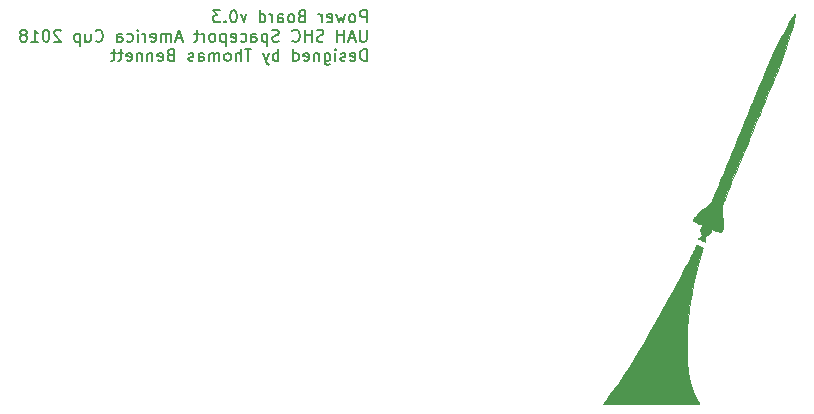
<source format=gbr>
G04 #@! TF.FileFunction,Legend,Bot*
%FSLAX46Y46*%
G04 Gerber Fmt 4.6, Leading zero omitted, Abs format (unit mm)*
G04 Created by KiCad (PCBNEW 4.0.7) date Tuesday, March 06, 2018 'PMt' 03:27:42 PM*
%MOMM*%
%LPD*%
G01*
G04 APERTURE LIST*
%ADD10C,0.100000*%
%ADD11C,0.140000*%
%ADD12C,0.010000*%
%ADD13R,1.955800X7.670800*%
%ADD14R,1.650800X1.650800*%
%ADD15C,1.650800*%
G04 APERTURE END LIST*
D10*
D11*
X95011905Y-95967381D02*
X95011905Y-94967381D01*
X94630952Y-94967381D01*
X94535714Y-95015000D01*
X94488095Y-95062619D01*
X94440476Y-95157857D01*
X94440476Y-95300714D01*
X94488095Y-95395952D01*
X94535714Y-95443571D01*
X94630952Y-95491190D01*
X95011905Y-95491190D01*
X93869048Y-95967381D02*
X93964286Y-95919762D01*
X94011905Y-95872143D01*
X94059524Y-95776905D01*
X94059524Y-95491190D01*
X94011905Y-95395952D01*
X93964286Y-95348333D01*
X93869048Y-95300714D01*
X93726190Y-95300714D01*
X93630952Y-95348333D01*
X93583333Y-95395952D01*
X93535714Y-95491190D01*
X93535714Y-95776905D01*
X93583333Y-95872143D01*
X93630952Y-95919762D01*
X93726190Y-95967381D01*
X93869048Y-95967381D01*
X93202381Y-95300714D02*
X93011905Y-95967381D01*
X92821428Y-95491190D01*
X92630952Y-95967381D01*
X92440476Y-95300714D01*
X91678571Y-95919762D02*
X91773809Y-95967381D01*
X91964286Y-95967381D01*
X92059524Y-95919762D01*
X92107143Y-95824524D01*
X92107143Y-95443571D01*
X92059524Y-95348333D01*
X91964286Y-95300714D01*
X91773809Y-95300714D01*
X91678571Y-95348333D01*
X91630952Y-95443571D01*
X91630952Y-95538810D01*
X92107143Y-95634048D01*
X91202381Y-95967381D02*
X91202381Y-95300714D01*
X91202381Y-95491190D02*
X91154762Y-95395952D01*
X91107143Y-95348333D01*
X91011905Y-95300714D01*
X90916666Y-95300714D01*
X89488094Y-95443571D02*
X89345237Y-95491190D01*
X89297618Y-95538810D01*
X89249999Y-95634048D01*
X89249999Y-95776905D01*
X89297618Y-95872143D01*
X89345237Y-95919762D01*
X89440475Y-95967381D01*
X89821428Y-95967381D01*
X89821428Y-94967381D01*
X89488094Y-94967381D01*
X89392856Y-95015000D01*
X89345237Y-95062619D01*
X89297618Y-95157857D01*
X89297618Y-95253095D01*
X89345237Y-95348333D01*
X89392856Y-95395952D01*
X89488094Y-95443571D01*
X89821428Y-95443571D01*
X88678571Y-95967381D02*
X88773809Y-95919762D01*
X88821428Y-95872143D01*
X88869047Y-95776905D01*
X88869047Y-95491190D01*
X88821428Y-95395952D01*
X88773809Y-95348333D01*
X88678571Y-95300714D01*
X88535713Y-95300714D01*
X88440475Y-95348333D01*
X88392856Y-95395952D01*
X88345237Y-95491190D01*
X88345237Y-95776905D01*
X88392856Y-95872143D01*
X88440475Y-95919762D01*
X88535713Y-95967381D01*
X88678571Y-95967381D01*
X87488094Y-95967381D02*
X87488094Y-95443571D01*
X87535713Y-95348333D01*
X87630951Y-95300714D01*
X87821428Y-95300714D01*
X87916666Y-95348333D01*
X87488094Y-95919762D02*
X87583332Y-95967381D01*
X87821428Y-95967381D01*
X87916666Y-95919762D01*
X87964285Y-95824524D01*
X87964285Y-95729286D01*
X87916666Y-95634048D01*
X87821428Y-95586429D01*
X87583332Y-95586429D01*
X87488094Y-95538810D01*
X87011904Y-95967381D02*
X87011904Y-95300714D01*
X87011904Y-95491190D02*
X86964285Y-95395952D01*
X86916666Y-95348333D01*
X86821428Y-95300714D01*
X86726189Y-95300714D01*
X85964284Y-95967381D02*
X85964284Y-94967381D01*
X85964284Y-95919762D02*
X86059522Y-95967381D01*
X86249999Y-95967381D01*
X86345237Y-95919762D01*
X86392856Y-95872143D01*
X86440475Y-95776905D01*
X86440475Y-95491190D01*
X86392856Y-95395952D01*
X86345237Y-95348333D01*
X86249999Y-95300714D01*
X86059522Y-95300714D01*
X85964284Y-95348333D01*
X84821427Y-95300714D02*
X84583332Y-95967381D01*
X84345236Y-95300714D01*
X83773808Y-94967381D02*
X83678569Y-94967381D01*
X83583331Y-95015000D01*
X83535712Y-95062619D01*
X83488093Y-95157857D01*
X83440474Y-95348333D01*
X83440474Y-95586429D01*
X83488093Y-95776905D01*
X83535712Y-95872143D01*
X83583331Y-95919762D01*
X83678569Y-95967381D01*
X83773808Y-95967381D01*
X83869046Y-95919762D01*
X83916665Y-95872143D01*
X83964284Y-95776905D01*
X84011903Y-95586429D01*
X84011903Y-95348333D01*
X83964284Y-95157857D01*
X83916665Y-95062619D01*
X83869046Y-95015000D01*
X83773808Y-94967381D01*
X83011903Y-95872143D02*
X82964284Y-95919762D01*
X83011903Y-95967381D01*
X83059522Y-95919762D01*
X83011903Y-95872143D01*
X83011903Y-95967381D01*
X82630951Y-94967381D02*
X82011903Y-94967381D01*
X82345237Y-95348333D01*
X82202379Y-95348333D01*
X82107141Y-95395952D01*
X82059522Y-95443571D01*
X82011903Y-95538810D01*
X82011903Y-95776905D01*
X82059522Y-95872143D01*
X82107141Y-95919762D01*
X82202379Y-95967381D01*
X82488094Y-95967381D01*
X82583332Y-95919762D01*
X82630951Y-95872143D01*
X95011905Y-96607381D02*
X95011905Y-97416905D01*
X94964286Y-97512143D01*
X94916667Y-97559762D01*
X94821429Y-97607381D01*
X94630952Y-97607381D01*
X94535714Y-97559762D01*
X94488095Y-97512143D01*
X94440476Y-97416905D01*
X94440476Y-96607381D01*
X94011905Y-97321667D02*
X93535714Y-97321667D01*
X94107143Y-97607381D02*
X93773810Y-96607381D01*
X93440476Y-97607381D01*
X93107143Y-97607381D02*
X93107143Y-96607381D01*
X93107143Y-97083571D02*
X92535714Y-97083571D01*
X92535714Y-97607381D02*
X92535714Y-96607381D01*
X91345238Y-97559762D02*
X91202381Y-97607381D01*
X90964285Y-97607381D01*
X90869047Y-97559762D01*
X90821428Y-97512143D01*
X90773809Y-97416905D01*
X90773809Y-97321667D01*
X90821428Y-97226429D01*
X90869047Y-97178810D01*
X90964285Y-97131190D01*
X91154762Y-97083571D01*
X91250000Y-97035952D01*
X91297619Y-96988333D01*
X91345238Y-96893095D01*
X91345238Y-96797857D01*
X91297619Y-96702619D01*
X91250000Y-96655000D01*
X91154762Y-96607381D01*
X90916666Y-96607381D01*
X90773809Y-96655000D01*
X90345238Y-97607381D02*
X90345238Y-96607381D01*
X90345238Y-97083571D02*
X89773809Y-97083571D01*
X89773809Y-97607381D02*
X89773809Y-96607381D01*
X88726190Y-97512143D02*
X88773809Y-97559762D01*
X88916666Y-97607381D01*
X89011904Y-97607381D01*
X89154762Y-97559762D01*
X89250000Y-97464524D01*
X89297619Y-97369286D01*
X89345238Y-97178810D01*
X89345238Y-97035952D01*
X89297619Y-96845476D01*
X89250000Y-96750238D01*
X89154762Y-96655000D01*
X89011904Y-96607381D01*
X88916666Y-96607381D01*
X88773809Y-96655000D01*
X88726190Y-96702619D01*
X87583333Y-97559762D02*
X87440476Y-97607381D01*
X87202380Y-97607381D01*
X87107142Y-97559762D01*
X87059523Y-97512143D01*
X87011904Y-97416905D01*
X87011904Y-97321667D01*
X87059523Y-97226429D01*
X87107142Y-97178810D01*
X87202380Y-97131190D01*
X87392857Y-97083571D01*
X87488095Y-97035952D01*
X87535714Y-96988333D01*
X87583333Y-96893095D01*
X87583333Y-96797857D01*
X87535714Y-96702619D01*
X87488095Y-96655000D01*
X87392857Y-96607381D01*
X87154761Y-96607381D01*
X87011904Y-96655000D01*
X86583333Y-96940714D02*
X86583333Y-97940714D01*
X86583333Y-96988333D02*
X86488095Y-96940714D01*
X86297618Y-96940714D01*
X86202380Y-96988333D01*
X86154761Y-97035952D01*
X86107142Y-97131190D01*
X86107142Y-97416905D01*
X86154761Y-97512143D01*
X86202380Y-97559762D01*
X86297618Y-97607381D01*
X86488095Y-97607381D01*
X86583333Y-97559762D01*
X85249999Y-97607381D02*
X85249999Y-97083571D01*
X85297618Y-96988333D01*
X85392856Y-96940714D01*
X85583333Y-96940714D01*
X85678571Y-96988333D01*
X85249999Y-97559762D02*
X85345237Y-97607381D01*
X85583333Y-97607381D01*
X85678571Y-97559762D01*
X85726190Y-97464524D01*
X85726190Y-97369286D01*
X85678571Y-97274048D01*
X85583333Y-97226429D01*
X85345237Y-97226429D01*
X85249999Y-97178810D01*
X84345237Y-97559762D02*
X84440475Y-97607381D01*
X84630952Y-97607381D01*
X84726190Y-97559762D01*
X84773809Y-97512143D01*
X84821428Y-97416905D01*
X84821428Y-97131190D01*
X84773809Y-97035952D01*
X84726190Y-96988333D01*
X84630952Y-96940714D01*
X84440475Y-96940714D01*
X84345237Y-96988333D01*
X83535713Y-97559762D02*
X83630951Y-97607381D01*
X83821428Y-97607381D01*
X83916666Y-97559762D01*
X83964285Y-97464524D01*
X83964285Y-97083571D01*
X83916666Y-96988333D01*
X83821428Y-96940714D01*
X83630951Y-96940714D01*
X83535713Y-96988333D01*
X83488094Y-97083571D01*
X83488094Y-97178810D01*
X83964285Y-97274048D01*
X83059523Y-96940714D02*
X83059523Y-97940714D01*
X83059523Y-96988333D02*
X82964285Y-96940714D01*
X82773808Y-96940714D01*
X82678570Y-96988333D01*
X82630951Y-97035952D01*
X82583332Y-97131190D01*
X82583332Y-97416905D01*
X82630951Y-97512143D01*
X82678570Y-97559762D01*
X82773808Y-97607381D01*
X82964285Y-97607381D01*
X83059523Y-97559762D01*
X82011904Y-97607381D02*
X82107142Y-97559762D01*
X82154761Y-97512143D01*
X82202380Y-97416905D01*
X82202380Y-97131190D01*
X82154761Y-97035952D01*
X82107142Y-96988333D01*
X82011904Y-96940714D01*
X81869046Y-96940714D01*
X81773808Y-96988333D01*
X81726189Y-97035952D01*
X81678570Y-97131190D01*
X81678570Y-97416905D01*
X81726189Y-97512143D01*
X81773808Y-97559762D01*
X81869046Y-97607381D01*
X82011904Y-97607381D01*
X81249999Y-97607381D02*
X81249999Y-96940714D01*
X81249999Y-97131190D02*
X81202380Y-97035952D01*
X81154761Y-96988333D01*
X81059523Y-96940714D01*
X80964284Y-96940714D01*
X80773808Y-96940714D02*
X80392856Y-96940714D01*
X80630951Y-96607381D02*
X80630951Y-97464524D01*
X80583332Y-97559762D01*
X80488094Y-97607381D01*
X80392856Y-97607381D01*
X79345236Y-97321667D02*
X78869045Y-97321667D01*
X79440474Y-97607381D02*
X79107141Y-96607381D01*
X78773807Y-97607381D01*
X78440474Y-97607381D02*
X78440474Y-96940714D01*
X78440474Y-97035952D02*
X78392855Y-96988333D01*
X78297617Y-96940714D01*
X78154759Y-96940714D01*
X78059521Y-96988333D01*
X78011902Y-97083571D01*
X78011902Y-97607381D01*
X78011902Y-97083571D02*
X77964283Y-96988333D01*
X77869045Y-96940714D01*
X77726188Y-96940714D01*
X77630950Y-96988333D01*
X77583331Y-97083571D01*
X77583331Y-97607381D01*
X76726188Y-97559762D02*
X76821426Y-97607381D01*
X77011903Y-97607381D01*
X77107141Y-97559762D01*
X77154760Y-97464524D01*
X77154760Y-97083571D01*
X77107141Y-96988333D01*
X77011903Y-96940714D01*
X76821426Y-96940714D01*
X76726188Y-96988333D01*
X76678569Y-97083571D01*
X76678569Y-97178810D01*
X77154760Y-97274048D01*
X76249998Y-97607381D02*
X76249998Y-96940714D01*
X76249998Y-97131190D02*
X76202379Y-97035952D01*
X76154760Y-96988333D01*
X76059522Y-96940714D01*
X75964283Y-96940714D01*
X75630950Y-97607381D02*
X75630950Y-96940714D01*
X75630950Y-96607381D02*
X75678569Y-96655000D01*
X75630950Y-96702619D01*
X75583331Y-96655000D01*
X75630950Y-96607381D01*
X75630950Y-96702619D01*
X74726188Y-97559762D02*
X74821426Y-97607381D01*
X75011903Y-97607381D01*
X75107141Y-97559762D01*
X75154760Y-97512143D01*
X75202379Y-97416905D01*
X75202379Y-97131190D01*
X75154760Y-97035952D01*
X75107141Y-96988333D01*
X75011903Y-96940714D01*
X74821426Y-96940714D01*
X74726188Y-96988333D01*
X73869045Y-97607381D02*
X73869045Y-97083571D01*
X73916664Y-96988333D01*
X74011902Y-96940714D01*
X74202379Y-96940714D01*
X74297617Y-96988333D01*
X73869045Y-97559762D02*
X73964283Y-97607381D01*
X74202379Y-97607381D01*
X74297617Y-97559762D01*
X74345236Y-97464524D01*
X74345236Y-97369286D01*
X74297617Y-97274048D01*
X74202379Y-97226429D01*
X73964283Y-97226429D01*
X73869045Y-97178810D01*
X72059521Y-97512143D02*
X72107140Y-97559762D01*
X72249997Y-97607381D01*
X72345235Y-97607381D01*
X72488093Y-97559762D01*
X72583331Y-97464524D01*
X72630950Y-97369286D01*
X72678569Y-97178810D01*
X72678569Y-97035952D01*
X72630950Y-96845476D01*
X72583331Y-96750238D01*
X72488093Y-96655000D01*
X72345235Y-96607381D01*
X72249997Y-96607381D01*
X72107140Y-96655000D01*
X72059521Y-96702619D01*
X71202378Y-96940714D02*
X71202378Y-97607381D01*
X71630950Y-96940714D02*
X71630950Y-97464524D01*
X71583331Y-97559762D01*
X71488093Y-97607381D01*
X71345235Y-97607381D01*
X71249997Y-97559762D01*
X71202378Y-97512143D01*
X70726188Y-96940714D02*
X70726188Y-97940714D01*
X70726188Y-96988333D02*
X70630950Y-96940714D01*
X70440473Y-96940714D01*
X70345235Y-96988333D01*
X70297616Y-97035952D01*
X70249997Y-97131190D01*
X70249997Y-97416905D01*
X70297616Y-97512143D01*
X70345235Y-97559762D01*
X70440473Y-97607381D01*
X70630950Y-97607381D01*
X70726188Y-97559762D01*
X69107140Y-96702619D02*
X69059521Y-96655000D01*
X68964283Y-96607381D01*
X68726187Y-96607381D01*
X68630949Y-96655000D01*
X68583330Y-96702619D01*
X68535711Y-96797857D01*
X68535711Y-96893095D01*
X68583330Y-97035952D01*
X69154759Y-97607381D01*
X68535711Y-97607381D01*
X67916664Y-96607381D02*
X67821425Y-96607381D01*
X67726187Y-96655000D01*
X67678568Y-96702619D01*
X67630949Y-96797857D01*
X67583330Y-96988333D01*
X67583330Y-97226429D01*
X67630949Y-97416905D01*
X67678568Y-97512143D01*
X67726187Y-97559762D01*
X67821425Y-97607381D01*
X67916664Y-97607381D01*
X68011902Y-97559762D01*
X68059521Y-97512143D01*
X68107140Y-97416905D01*
X68154759Y-97226429D01*
X68154759Y-96988333D01*
X68107140Y-96797857D01*
X68059521Y-96702619D01*
X68011902Y-96655000D01*
X67916664Y-96607381D01*
X66630949Y-97607381D02*
X67202378Y-97607381D01*
X66916664Y-97607381D02*
X66916664Y-96607381D01*
X67011902Y-96750238D01*
X67107140Y-96845476D01*
X67202378Y-96893095D01*
X66059521Y-97035952D02*
X66154759Y-96988333D01*
X66202378Y-96940714D01*
X66249997Y-96845476D01*
X66249997Y-96797857D01*
X66202378Y-96702619D01*
X66154759Y-96655000D01*
X66059521Y-96607381D01*
X65869044Y-96607381D01*
X65773806Y-96655000D01*
X65726187Y-96702619D01*
X65678568Y-96797857D01*
X65678568Y-96845476D01*
X65726187Y-96940714D01*
X65773806Y-96988333D01*
X65869044Y-97035952D01*
X66059521Y-97035952D01*
X66154759Y-97083571D01*
X66202378Y-97131190D01*
X66249997Y-97226429D01*
X66249997Y-97416905D01*
X66202378Y-97512143D01*
X66154759Y-97559762D01*
X66059521Y-97607381D01*
X65869044Y-97607381D01*
X65773806Y-97559762D01*
X65726187Y-97512143D01*
X65678568Y-97416905D01*
X65678568Y-97226429D01*
X65726187Y-97131190D01*
X65773806Y-97083571D01*
X65869044Y-97035952D01*
X95011905Y-99247381D02*
X95011905Y-98247381D01*
X94773810Y-98247381D01*
X94630952Y-98295000D01*
X94535714Y-98390238D01*
X94488095Y-98485476D01*
X94440476Y-98675952D01*
X94440476Y-98818810D01*
X94488095Y-99009286D01*
X94535714Y-99104524D01*
X94630952Y-99199762D01*
X94773810Y-99247381D01*
X95011905Y-99247381D01*
X93630952Y-99199762D02*
X93726190Y-99247381D01*
X93916667Y-99247381D01*
X94011905Y-99199762D01*
X94059524Y-99104524D01*
X94059524Y-98723571D01*
X94011905Y-98628333D01*
X93916667Y-98580714D01*
X93726190Y-98580714D01*
X93630952Y-98628333D01*
X93583333Y-98723571D01*
X93583333Y-98818810D01*
X94059524Y-98914048D01*
X93202381Y-99199762D02*
X93107143Y-99247381D01*
X92916667Y-99247381D01*
X92821428Y-99199762D01*
X92773809Y-99104524D01*
X92773809Y-99056905D01*
X92821428Y-98961667D01*
X92916667Y-98914048D01*
X93059524Y-98914048D01*
X93154762Y-98866429D01*
X93202381Y-98771190D01*
X93202381Y-98723571D01*
X93154762Y-98628333D01*
X93059524Y-98580714D01*
X92916667Y-98580714D01*
X92821428Y-98628333D01*
X92345238Y-99247381D02*
X92345238Y-98580714D01*
X92345238Y-98247381D02*
X92392857Y-98295000D01*
X92345238Y-98342619D01*
X92297619Y-98295000D01*
X92345238Y-98247381D01*
X92345238Y-98342619D01*
X91440476Y-98580714D02*
X91440476Y-99390238D01*
X91488095Y-99485476D01*
X91535714Y-99533095D01*
X91630953Y-99580714D01*
X91773810Y-99580714D01*
X91869048Y-99533095D01*
X91440476Y-99199762D02*
X91535714Y-99247381D01*
X91726191Y-99247381D01*
X91821429Y-99199762D01*
X91869048Y-99152143D01*
X91916667Y-99056905D01*
X91916667Y-98771190D01*
X91869048Y-98675952D01*
X91821429Y-98628333D01*
X91726191Y-98580714D01*
X91535714Y-98580714D01*
X91440476Y-98628333D01*
X90964286Y-98580714D02*
X90964286Y-99247381D01*
X90964286Y-98675952D02*
X90916667Y-98628333D01*
X90821429Y-98580714D01*
X90678571Y-98580714D01*
X90583333Y-98628333D01*
X90535714Y-98723571D01*
X90535714Y-99247381D01*
X89678571Y-99199762D02*
X89773809Y-99247381D01*
X89964286Y-99247381D01*
X90059524Y-99199762D01*
X90107143Y-99104524D01*
X90107143Y-98723571D01*
X90059524Y-98628333D01*
X89964286Y-98580714D01*
X89773809Y-98580714D01*
X89678571Y-98628333D01*
X89630952Y-98723571D01*
X89630952Y-98818810D01*
X90107143Y-98914048D01*
X88773809Y-99247381D02*
X88773809Y-98247381D01*
X88773809Y-99199762D02*
X88869047Y-99247381D01*
X89059524Y-99247381D01*
X89154762Y-99199762D01*
X89202381Y-99152143D01*
X89250000Y-99056905D01*
X89250000Y-98771190D01*
X89202381Y-98675952D01*
X89154762Y-98628333D01*
X89059524Y-98580714D01*
X88869047Y-98580714D01*
X88773809Y-98628333D01*
X87535714Y-99247381D02*
X87535714Y-98247381D01*
X87535714Y-98628333D02*
X87440476Y-98580714D01*
X87249999Y-98580714D01*
X87154761Y-98628333D01*
X87107142Y-98675952D01*
X87059523Y-98771190D01*
X87059523Y-99056905D01*
X87107142Y-99152143D01*
X87154761Y-99199762D01*
X87249999Y-99247381D01*
X87440476Y-99247381D01*
X87535714Y-99199762D01*
X86726190Y-98580714D02*
X86488095Y-99247381D01*
X86249999Y-98580714D02*
X86488095Y-99247381D01*
X86583333Y-99485476D01*
X86630952Y-99533095D01*
X86726190Y-99580714D01*
X85249999Y-98247381D02*
X84678570Y-98247381D01*
X84964285Y-99247381D02*
X84964285Y-98247381D01*
X84345237Y-99247381D02*
X84345237Y-98247381D01*
X83916665Y-99247381D02*
X83916665Y-98723571D01*
X83964284Y-98628333D01*
X84059522Y-98580714D01*
X84202380Y-98580714D01*
X84297618Y-98628333D01*
X84345237Y-98675952D01*
X83297618Y-99247381D02*
X83392856Y-99199762D01*
X83440475Y-99152143D01*
X83488094Y-99056905D01*
X83488094Y-98771190D01*
X83440475Y-98675952D01*
X83392856Y-98628333D01*
X83297618Y-98580714D01*
X83154760Y-98580714D01*
X83059522Y-98628333D01*
X83011903Y-98675952D01*
X82964284Y-98771190D01*
X82964284Y-99056905D01*
X83011903Y-99152143D01*
X83059522Y-99199762D01*
X83154760Y-99247381D01*
X83297618Y-99247381D01*
X82535713Y-99247381D02*
X82535713Y-98580714D01*
X82535713Y-98675952D02*
X82488094Y-98628333D01*
X82392856Y-98580714D01*
X82249998Y-98580714D01*
X82154760Y-98628333D01*
X82107141Y-98723571D01*
X82107141Y-99247381D01*
X82107141Y-98723571D02*
X82059522Y-98628333D01*
X81964284Y-98580714D01*
X81821427Y-98580714D01*
X81726189Y-98628333D01*
X81678570Y-98723571D01*
X81678570Y-99247381D01*
X80773808Y-99247381D02*
X80773808Y-98723571D01*
X80821427Y-98628333D01*
X80916665Y-98580714D01*
X81107142Y-98580714D01*
X81202380Y-98628333D01*
X80773808Y-99199762D02*
X80869046Y-99247381D01*
X81107142Y-99247381D01*
X81202380Y-99199762D01*
X81249999Y-99104524D01*
X81249999Y-99009286D01*
X81202380Y-98914048D01*
X81107142Y-98866429D01*
X80869046Y-98866429D01*
X80773808Y-98818810D01*
X80345237Y-99199762D02*
X80249999Y-99247381D01*
X80059523Y-99247381D01*
X79964284Y-99199762D01*
X79916665Y-99104524D01*
X79916665Y-99056905D01*
X79964284Y-98961667D01*
X80059523Y-98914048D01*
X80202380Y-98914048D01*
X80297618Y-98866429D01*
X80345237Y-98771190D01*
X80345237Y-98723571D01*
X80297618Y-98628333D01*
X80202380Y-98580714D01*
X80059523Y-98580714D01*
X79964284Y-98628333D01*
X78392855Y-98723571D02*
X78249998Y-98771190D01*
X78202379Y-98818810D01*
X78154760Y-98914048D01*
X78154760Y-99056905D01*
X78202379Y-99152143D01*
X78249998Y-99199762D01*
X78345236Y-99247381D01*
X78726189Y-99247381D01*
X78726189Y-98247381D01*
X78392855Y-98247381D01*
X78297617Y-98295000D01*
X78249998Y-98342619D01*
X78202379Y-98437857D01*
X78202379Y-98533095D01*
X78249998Y-98628333D01*
X78297617Y-98675952D01*
X78392855Y-98723571D01*
X78726189Y-98723571D01*
X77345236Y-99199762D02*
X77440474Y-99247381D01*
X77630951Y-99247381D01*
X77726189Y-99199762D01*
X77773808Y-99104524D01*
X77773808Y-98723571D01*
X77726189Y-98628333D01*
X77630951Y-98580714D01*
X77440474Y-98580714D01*
X77345236Y-98628333D01*
X77297617Y-98723571D01*
X77297617Y-98818810D01*
X77773808Y-98914048D01*
X76869046Y-98580714D02*
X76869046Y-99247381D01*
X76869046Y-98675952D02*
X76821427Y-98628333D01*
X76726189Y-98580714D01*
X76583331Y-98580714D01*
X76488093Y-98628333D01*
X76440474Y-98723571D01*
X76440474Y-99247381D01*
X75964284Y-98580714D02*
X75964284Y-99247381D01*
X75964284Y-98675952D02*
X75916665Y-98628333D01*
X75821427Y-98580714D01*
X75678569Y-98580714D01*
X75583331Y-98628333D01*
X75535712Y-98723571D01*
X75535712Y-99247381D01*
X74678569Y-99199762D02*
X74773807Y-99247381D01*
X74964284Y-99247381D01*
X75059522Y-99199762D01*
X75107141Y-99104524D01*
X75107141Y-98723571D01*
X75059522Y-98628333D01*
X74964284Y-98580714D01*
X74773807Y-98580714D01*
X74678569Y-98628333D01*
X74630950Y-98723571D01*
X74630950Y-98818810D01*
X75107141Y-98914048D01*
X74345236Y-98580714D02*
X73964284Y-98580714D01*
X74202379Y-98247381D02*
X74202379Y-99104524D01*
X74154760Y-99199762D01*
X74059522Y-99247381D01*
X73964284Y-99247381D01*
X73773807Y-98580714D02*
X73392855Y-98580714D01*
X73630950Y-98247381D02*
X73630950Y-99104524D01*
X73583331Y-99199762D01*
X73488093Y-99247381D01*
X73392855Y-99247381D01*
D12*
G36*
X122784399Y-115148277D02*
X122717272Y-115288356D01*
X122618858Y-115486436D01*
X122493427Y-115734309D01*
X122345245Y-116023770D01*
X122178579Y-116346613D01*
X121997696Y-116694632D01*
X121806864Y-117059620D01*
X121610349Y-117433373D01*
X121412420Y-117807684D01*
X121217342Y-118174346D01*
X121029384Y-118525155D01*
X121000036Y-118579674D01*
X120469829Y-119556073D01*
X119948936Y-120499709D01*
X119439164Y-121407612D01*
X118942321Y-122276811D01*
X118460214Y-123104335D01*
X117994651Y-123887212D01*
X117547438Y-124622474D01*
X117120383Y-125307147D01*
X116715292Y-125938261D01*
X116333975Y-126512846D01*
X115978236Y-127027931D01*
X115649885Y-127480544D01*
X115350727Y-127867715D01*
X115347583Y-127871627D01*
X115232396Y-128016087D01*
X115136485Y-128138685D01*
X115068601Y-128228062D01*
X115037492Y-128272859D01*
X115036450Y-128275547D01*
X115073219Y-128277826D01*
X115180307Y-128280016D01*
X115352883Y-128282095D01*
X115586120Y-128284044D01*
X115875187Y-128285844D01*
X116215255Y-128287473D01*
X116601494Y-128288911D01*
X117029076Y-128290139D01*
X117493171Y-128291136D01*
X117988950Y-128291883D01*
X118511582Y-128292358D01*
X119056240Y-128292543D01*
X119113225Y-128292544D01*
X119659871Y-128292371D01*
X120184988Y-128291866D01*
X120683746Y-128291053D01*
X121151317Y-128289954D01*
X121582871Y-128288592D01*
X121973578Y-128286989D01*
X122318610Y-128285169D01*
X122613137Y-128283154D01*
X122852329Y-128280967D01*
X123031357Y-128278631D01*
X123145392Y-128276168D01*
X123189605Y-128273601D01*
X123190000Y-128273332D01*
X123170341Y-128235081D01*
X123118589Y-128152406D01*
X123045581Y-128042564D01*
X123039052Y-128032981D01*
X122813766Y-127647919D01*
X122617607Y-127195331D01*
X122450459Y-126674803D01*
X122312202Y-126085923D01*
X122202721Y-125428277D01*
X122136256Y-124857344D01*
X122119884Y-124628674D01*
X122108240Y-124339492D01*
X122101232Y-124004279D01*
X122098764Y-123637515D01*
X122100744Y-123253681D01*
X122107078Y-122867259D01*
X122117672Y-122492729D01*
X122132433Y-122144573D01*
X122151267Y-121837270D01*
X122156199Y-121773461D01*
X122223287Y-121060899D01*
X122309959Y-120329170D01*
X122414090Y-119589610D01*
X122533554Y-118853557D01*
X122666226Y-118132349D01*
X122809981Y-117437324D01*
X122962693Y-116779819D01*
X123122236Y-116171171D01*
X123286486Y-115622719D01*
X123339149Y-115463380D01*
X123388884Y-115311796D01*
X123427604Y-115184446D01*
X123449816Y-115099874D01*
X123453018Y-115079011D01*
X123420348Y-115031356D01*
X123335956Y-114973708D01*
X123220274Y-114917086D01*
X123093729Y-114872509D01*
X123050064Y-114861664D01*
X122928915Y-114835519D01*
X122784399Y-115148277D01*
X122784399Y-115148277D01*
G37*
X122784399Y-115148277D02*
X122717272Y-115288356D01*
X122618858Y-115486436D01*
X122493427Y-115734309D01*
X122345245Y-116023770D01*
X122178579Y-116346613D01*
X121997696Y-116694632D01*
X121806864Y-117059620D01*
X121610349Y-117433373D01*
X121412420Y-117807684D01*
X121217342Y-118174346D01*
X121029384Y-118525155D01*
X121000036Y-118579674D01*
X120469829Y-119556073D01*
X119948936Y-120499709D01*
X119439164Y-121407612D01*
X118942321Y-122276811D01*
X118460214Y-123104335D01*
X117994651Y-123887212D01*
X117547438Y-124622474D01*
X117120383Y-125307147D01*
X116715292Y-125938261D01*
X116333975Y-126512846D01*
X115978236Y-127027931D01*
X115649885Y-127480544D01*
X115350727Y-127867715D01*
X115347583Y-127871627D01*
X115232396Y-128016087D01*
X115136485Y-128138685D01*
X115068601Y-128228062D01*
X115037492Y-128272859D01*
X115036450Y-128275547D01*
X115073219Y-128277826D01*
X115180307Y-128280016D01*
X115352883Y-128282095D01*
X115586120Y-128284044D01*
X115875187Y-128285844D01*
X116215255Y-128287473D01*
X116601494Y-128288911D01*
X117029076Y-128290139D01*
X117493171Y-128291136D01*
X117988950Y-128291883D01*
X118511582Y-128292358D01*
X119056240Y-128292543D01*
X119113225Y-128292544D01*
X119659871Y-128292371D01*
X120184988Y-128291866D01*
X120683746Y-128291053D01*
X121151317Y-128289954D01*
X121582871Y-128288592D01*
X121973578Y-128286989D01*
X122318610Y-128285169D01*
X122613137Y-128283154D01*
X122852329Y-128280967D01*
X123031357Y-128278631D01*
X123145392Y-128276168D01*
X123189605Y-128273601D01*
X123190000Y-128273332D01*
X123170341Y-128235081D01*
X123118589Y-128152406D01*
X123045581Y-128042564D01*
X123039052Y-128032981D01*
X122813766Y-127647919D01*
X122617607Y-127195331D01*
X122450459Y-126674803D01*
X122312202Y-126085923D01*
X122202721Y-125428277D01*
X122136256Y-124857344D01*
X122119884Y-124628674D01*
X122108240Y-124339492D01*
X122101232Y-124004279D01*
X122098764Y-123637515D01*
X122100744Y-123253681D01*
X122107078Y-122867259D01*
X122117672Y-122492729D01*
X122132433Y-122144573D01*
X122151267Y-121837270D01*
X122156199Y-121773461D01*
X122223287Y-121060899D01*
X122309959Y-120329170D01*
X122414090Y-119589610D01*
X122533554Y-118853557D01*
X122666226Y-118132349D01*
X122809981Y-117437324D01*
X122962693Y-116779819D01*
X123122236Y-116171171D01*
X123286486Y-115622719D01*
X123339149Y-115463380D01*
X123388884Y-115311796D01*
X123427604Y-115184446D01*
X123449816Y-115099874D01*
X123453018Y-115079011D01*
X123420348Y-115031356D01*
X123335956Y-114973708D01*
X123220274Y-114917086D01*
X123093729Y-114872509D01*
X123050064Y-114861664D01*
X122928915Y-114835519D01*
X122784399Y-115148277D01*
G36*
X131223329Y-95260289D02*
X131151137Y-95354377D01*
X131053575Y-95503104D01*
X130934085Y-95699853D01*
X130796112Y-95938008D01*
X130643100Y-96210952D01*
X130478492Y-96512068D01*
X130305732Y-96834739D01*
X130128265Y-97172350D01*
X129949533Y-97518284D01*
X129772981Y-97865924D01*
X129602053Y-98208653D01*
X129440193Y-98539855D01*
X129290843Y-98852913D01*
X129157450Y-99141211D01*
X129043455Y-99398133D01*
X128952303Y-99617060D01*
X128887438Y-99791378D01*
X128880770Y-99811479D01*
X128861510Y-99861530D01*
X128815442Y-99976498D01*
X128744438Y-100151839D01*
X128650367Y-100383009D01*
X128535100Y-100665464D01*
X128400506Y-100994660D01*
X128248454Y-101366053D01*
X128080817Y-101775100D01*
X127899462Y-102217255D01*
X127706261Y-102687975D01*
X127503083Y-103182717D01*
X127291798Y-103696935D01*
X127074277Y-104226086D01*
X126852389Y-104765626D01*
X126628005Y-105311011D01*
X126402994Y-105857696D01*
X126179226Y-106401139D01*
X125958571Y-106936794D01*
X125742900Y-107460119D01*
X125534083Y-107966568D01*
X125333988Y-108451597D01*
X125144488Y-108910664D01*
X124967450Y-109339223D01*
X124804746Y-109732731D01*
X124658246Y-110086644D01*
X124529819Y-110396417D01*
X124421336Y-110657507D01*
X124334666Y-110865370D01*
X124271679Y-111015461D01*
X124234246Y-111103237D01*
X124228408Y-111116452D01*
X124189110Y-111165142D01*
X124100428Y-111253802D01*
X123970929Y-111374560D01*
X123809180Y-111519541D01*
X123623747Y-111680872D01*
X123496631Y-111789039D01*
X123272447Y-111979323D01*
X123098966Y-112129945D01*
X122968513Y-112248567D01*
X122873411Y-112342847D01*
X122805985Y-112420444D01*
X122758559Y-112489018D01*
X122723457Y-112556228D01*
X122719917Y-112564096D01*
X122675223Y-112672332D01*
X122649271Y-112750383D01*
X122646503Y-112775632D01*
X122683985Y-112797434D01*
X122775969Y-112840571D01*
X122907314Y-112898151D01*
X123017839Y-112944715D01*
X123167043Y-113010563D01*
X123286062Y-113070640D01*
X123360248Y-113117087D01*
X123377678Y-113137728D01*
X123363833Y-113195461D01*
X123328272Y-113294442D01*
X123301381Y-113360022D01*
X123224892Y-113538463D01*
X123302036Y-113766900D01*
X123379181Y-113995337D01*
X123228230Y-114120725D01*
X123142927Y-114196607D01*
X123088199Y-114254941D01*
X123077278Y-114274636D01*
X123109599Y-114301072D01*
X123195286Y-114345544D01*
X123317425Y-114399480D01*
X123349143Y-114412422D01*
X123482641Y-114466149D01*
X123589570Y-114509320D01*
X123650296Y-114534004D01*
X123655146Y-114536015D01*
X123670162Y-114510385D01*
X123672063Y-114425367D01*
X123663885Y-114325840D01*
X123638486Y-114101336D01*
X123862925Y-113981711D01*
X123990213Y-113903882D01*
X124080065Y-113829212D01*
X124112831Y-113781846D01*
X124145392Y-113690388D01*
X124188425Y-113581638D01*
X124189178Y-113579833D01*
X124240058Y-113458061D01*
X124607411Y-113603725D01*
X124763425Y-113664183D01*
X124895082Y-113712592D01*
X124985779Y-113742998D01*
X125016516Y-113750405D01*
X125051467Y-113718687D01*
X125097953Y-113635767D01*
X125132449Y-113554157D01*
X125157705Y-113484298D01*
X125175352Y-113421138D01*
X125185484Y-113352219D01*
X125188194Y-113265086D01*
X125183575Y-113147280D01*
X125171722Y-112986346D01*
X125152727Y-112769826D01*
X125139422Y-112624201D01*
X125118040Y-112381018D01*
X125099274Y-112148416D01*
X125084301Y-111942556D01*
X125074298Y-111779598D01*
X125070457Y-111677573D01*
X125071595Y-111646361D01*
X125076356Y-111608989D01*
X125086037Y-111562207D01*
X125101933Y-111502764D01*
X125125343Y-111427413D01*
X125157563Y-111332902D01*
X125199890Y-111215982D01*
X125253622Y-111073404D01*
X125320055Y-110901918D01*
X125400486Y-110698274D01*
X125496213Y-110459222D01*
X125608532Y-110181514D01*
X125738741Y-109861898D01*
X125888136Y-109497125D01*
X126058015Y-109083947D01*
X126249674Y-108619112D01*
X126464410Y-108099372D01*
X126703521Y-107521476D01*
X126968304Y-106882176D01*
X127260055Y-106178220D01*
X127402418Y-105834822D01*
X127721153Y-105066045D01*
X128012529Y-104363188D01*
X128277959Y-103722748D01*
X128518857Y-103141225D01*
X128736635Y-102615115D01*
X128932709Y-102140917D01*
X129108491Y-101715130D01*
X129265394Y-101334251D01*
X129404833Y-100994779D01*
X129528220Y-100693211D01*
X129636969Y-100426046D01*
X129732495Y-100189782D01*
X129816209Y-99980917D01*
X129889526Y-99795949D01*
X129953859Y-99631377D01*
X130010621Y-99483698D01*
X130061227Y-99349411D01*
X130107089Y-99225013D01*
X130149622Y-99107003D01*
X130190238Y-98991879D01*
X130230351Y-98876140D01*
X130271375Y-98756282D01*
X130314723Y-98628805D01*
X130334170Y-98571538D01*
X130484268Y-98123394D01*
X130626141Y-97687749D01*
X130758249Y-97270122D01*
X130879054Y-96876035D01*
X130987015Y-96511006D01*
X131080594Y-96180556D01*
X131158252Y-95890204D01*
X131218449Y-95645470D01*
X131259645Y-95451873D01*
X131280303Y-95314934D01*
X131278882Y-95240172D01*
X131266705Y-95227456D01*
X131223329Y-95260289D01*
X131223329Y-95260289D01*
G37*
X131223329Y-95260289D02*
X131151137Y-95354377D01*
X131053575Y-95503104D01*
X130934085Y-95699853D01*
X130796112Y-95938008D01*
X130643100Y-96210952D01*
X130478492Y-96512068D01*
X130305732Y-96834739D01*
X130128265Y-97172350D01*
X129949533Y-97518284D01*
X129772981Y-97865924D01*
X129602053Y-98208653D01*
X129440193Y-98539855D01*
X129290843Y-98852913D01*
X129157450Y-99141211D01*
X129043455Y-99398133D01*
X128952303Y-99617060D01*
X128887438Y-99791378D01*
X128880770Y-99811479D01*
X128861510Y-99861530D01*
X128815442Y-99976498D01*
X128744438Y-100151839D01*
X128650367Y-100383009D01*
X128535100Y-100665464D01*
X128400506Y-100994660D01*
X128248454Y-101366053D01*
X128080817Y-101775100D01*
X127899462Y-102217255D01*
X127706261Y-102687975D01*
X127503083Y-103182717D01*
X127291798Y-103696935D01*
X127074277Y-104226086D01*
X126852389Y-104765626D01*
X126628005Y-105311011D01*
X126402994Y-105857696D01*
X126179226Y-106401139D01*
X125958571Y-106936794D01*
X125742900Y-107460119D01*
X125534083Y-107966568D01*
X125333988Y-108451597D01*
X125144488Y-108910664D01*
X124967450Y-109339223D01*
X124804746Y-109732731D01*
X124658246Y-110086644D01*
X124529819Y-110396417D01*
X124421336Y-110657507D01*
X124334666Y-110865370D01*
X124271679Y-111015461D01*
X124234246Y-111103237D01*
X124228408Y-111116452D01*
X124189110Y-111165142D01*
X124100428Y-111253802D01*
X123970929Y-111374560D01*
X123809180Y-111519541D01*
X123623747Y-111680872D01*
X123496631Y-111789039D01*
X123272447Y-111979323D01*
X123098966Y-112129945D01*
X122968513Y-112248567D01*
X122873411Y-112342847D01*
X122805985Y-112420444D01*
X122758559Y-112489018D01*
X122723457Y-112556228D01*
X122719917Y-112564096D01*
X122675223Y-112672332D01*
X122649271Y-112750383D01*
X122646503Y-112775632D01*
X122683985Y-112797434D01*
X122775969Y-112840571D01*
X122907314Y-112898151D01*
X123017839Y-112944715D01*
X123167043Y-113010563D01*
X123286062Y-113070640D01*
X123360248Y-113117087D01*
X123377678Y-113137728D01*
X123363833Y-113195461D01*
X123328272Y-113294442D01*
X123301381Y-113360022D01*
X123224892Y-113538463D01*
X123302036Y-113766900D01*
X123379181Y-113995337D01*
X123228230Y-114120725D01*
X123142927Y-114196607D01*
X123088199Y-114254941D01*
X123077278Y-114274636D01*
X123109599Y-114301072D01*
X123195286Y-114345544D01*
X123317425Y-114399480D01*
X123349143Y-114412422D01*
X123482641Y-114466149D01*
X123589570Y-114509320D01*
X123650296Y-114534004D01*
X123655146Y-114536015D01*
X123670162Y-114510385D01*
X123672063Y-114425367D01*
X123663885Y-114325840D01*
X123638486Y-114101336D01*
X123862925Y-113981711D01*
X123990213Y-113903882D01*
X124080065Y-113829212D01*
X124112831Y-113781846D01*
X124145392Y-113690388D01*
X124188425Y-113581638D01*
X124189178Y-113579833D01*
X124240058Y-113458061D01*
X124607411Y-113603725D01*
X124763425Y-113664183D01*
X124895082Y-113712592D01*
X124985779Y-113742998D01*
X125016516Y-113750405D01*
X125051467Y-113718687D01*
X125097953Y-113635767D01*
X125132449Y-113554157D01*
X125157705Y-113484298D01*
X125175352Y-113421138D01*
X125185484Y-113352219D01*
X125188194Y-113265086D01*
X125183575Y-113147280D01*
X125171722Y-112986346D01*
X125152727Y-112769826D01*
X125139422Y-112624201D01*
X125118040Y-112381018D01*
X125099274Y-112148416D01*
X125084301Y-111942556D01*
X125074298Y-111779598D01*
X125070457Y-111677573D01*
X125071595Y-111646361D01*
X125076356Y-111608989D01*
X125086037Y-111562207D01*
X125101933Y-111502764D01*
X125125343Y-111427413D01*
X125157563Y-111332902D01*
X125199890Y-111215982D01*
X125253622Y-111073404D01*
X125320055Y-110901918D01*
X125400486Y-110698274D01*
X125496213Y-110459222D01*
X125608532Y-110181514D01*
X125738741Y-109861898D01*
X125888136Y-109497125D01*
X126058015Y-109083947D01*
X126249674Y-108619112D01*
X126464410Y-108099372D01*
X126703521Y-107521476D01*
X126968304Y-106882176D01*
X127260055Y-106178220D01*
X127402418Y-105834822D01*
X127721153Y-105066045D01*
X128012529Y-104363188D01*
X128277959Y-103722748D01*
X128518857Y-103141225D01*
X128736635Y-102615115D01*
X128932709Y-102140917D01*
X129108491Y-101715130D01*
X129265394Y-101334251D01*
X129404833Y-100994779D01*
X129528220Y-100693211D01*
X129636969Y-100426046D01*
X129732495Y-100189782D01*
X129816209Y-99980917D01*
X129889526Y-99795949D01*
X129953859Y-99631377D01*
X130010621Y-99483698D01*
X130061227Y-99349411D01*
X130107089Y-99225013D01*
X130149622Y-99107003D01*
X130190238Y-98991879D01*
X130230351Y-98876140D01*
X130271375Y-98756282D01*
X130314723Y-98628805D01*
X130334170Y-98571538D01*
X130484268Y-98123394D01*
X130626141Y-97687749D01*
X130758249Y-97270122D01*
X130879054Y-96876035D01*
X130987015Y-96511006D01*
X131080594Y-96180556D01*
X131158252Y-95890204D01*
X131218449Y-95645470D01*
X131259645Y-95451873D01*
X131280303Y-95314934D01*
X131278882Y-95240172D01*
X131266705Y-95227456D01*
X131223329Y-95260289D01*
%LPC*%
D13*
X78740000Y-134620000D03*
X76200000Y-134620000D03*
X73660000Y-134620000D03*
X71120000Y-134620000D03*
X68580000Y-134620000D03*
X66040000Y-134620000D03*
X63500000Y-134620000D03*
X60960000Y-134620000D03*
X58420000Y-134620000D03*
X55880000Y-134620000D03*
X83820000Y-134620000D03*
X91440000Y-134620000D03*
X88900000Y-134620000D03*
X86360000Y-134620000D03*
X81280000Y-134620000D03*
D14*
X104394000Y-98044000D03*
D15*
X104394000Y-101544000D03*
M02*

</source>
